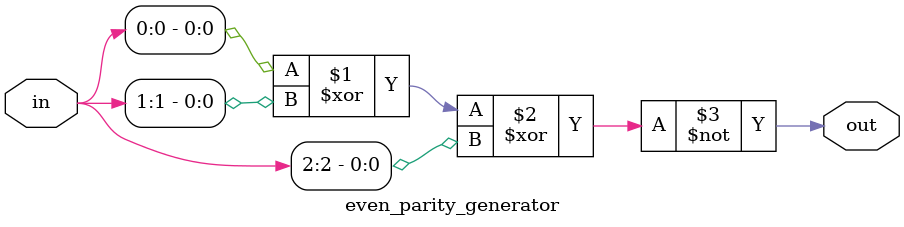
<source format=v>

module even_parity_generator(output  out,input [2:0]in);
  assign out = ~(in[0]^in[1]^in[2]);
endmodule

</source>
